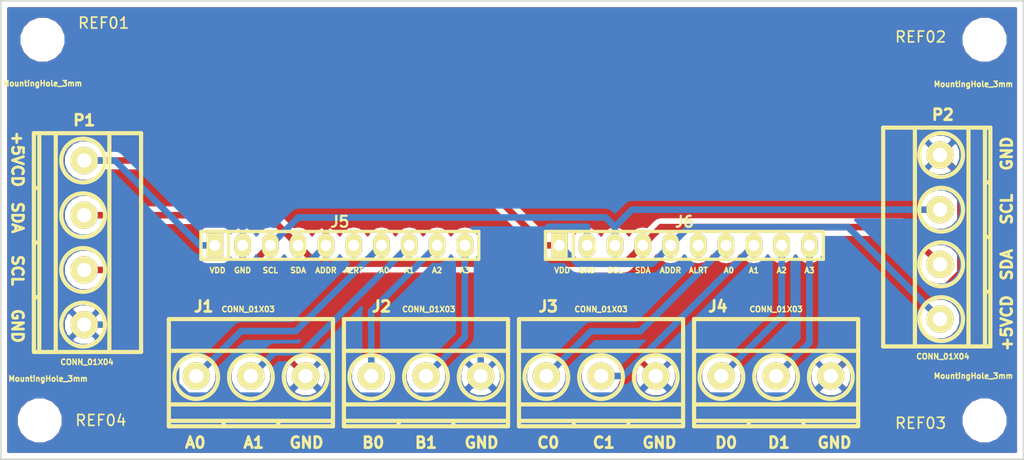
<source format=kicad_pcb>
(kicad_pcb (version 4) (host pcbnew 4.0.6)

  (general
    (links 26)
    (no_connects 0)
    (area 130.988999 69.266999 224.611001 111.327001)
    (thickness 1.6)
    (drawings 44)
    (tracks 75)
    (zones 0)
    (modules 12)
    (nets 13)
  )

  (page A4)
  (layers
    (0 F.Cu signal)
    (31 B.Cu signal)
    (32 B.Adhes user)
    (33 F.Adhes user)
    (34 B.Paste user)
    (35 F.Paste user)
    (36 B.SilkS user)
    (37 F.SilkS user)
    (38 B.Mask user)
    (39 F.Mask user)
    (40 Dwgs.User user)
    (41 Cmts.User user)
    (42 Eco1.User user)
    (43 Eco2.User user)
    (44 Edge.Cuts user)
    (45 Margin user)
    (46 B.CrtYd user)
    (47 F.CrtYd user)
    (48 B.Fab user)
    (49 F.Fab user)
  )

  (setup
    (last_trace_width 0.6)
    (trace_clearance 0.25)
    (zone_clearance 0.508)
    (zone_45_only no)
    (trace_min 0.2)
    (segment_width 0.2)
    (edge_width 0.15)
    (via_size 0.6)
    (via_drill 0.4)
    (via_min_size 0.4)
    (via_min_drill 0.3)
    (uvia_size 0.3)
    (uvia_drill 0.1)
    (uvias_allowed no)
    (uvia_min_size 0.2)
    (uvia_min_drill 0.1)
    (pcb_text_width 0.3)
    (pcb_text_size 1.5 1.5)
    (mod_edge_width 0.15)
    (mod_text_size 1 1)
    (mod_text_width 0.15)
    (pad_size 1.524 1.524)
    (pad_drill 0.762)
    (pad_to_mask_clearance 0.2)
    (aux_axis_origin 0 0)
    (visible_elements 7FFFFFFF)
    (pcbplotparams
      (layerselection 0x012f0_80000001)
      (usegerberextensions false)
      (excludeedgelayer true)
      (linewidth 0.100000)
      (plotframeref false)
      (viasonmask false)
      (mode 1)
      (useauxorigin false)
      (hpglpennumber 1)
      (hpglpenspeed 20)
      (hpglpendiameter 15)
      (hpglpenoverlay 2)
      (psnegative false)
      (psa4output false)
      (plotreference true)
      (plotvalue true)
      (plotinvisibletext false)
      (padsonsilk true)
      (subtractmaskfromsilk false)
      (outputformat 1)
      (mirror false)
      (drillshape 0)
      (scaleselection 1)
      (outputdirectory C:/Users/Eduardo/Documents/PCBs/pcb_ads1115/))
  )

  (net 0 "")
  (net 1 GND)
  (net 2 A0)
  (net 3 A1)
  (net 4 A2)
  (net 5 A3)
  (net 6 B0)
  (net 7 B1)
  (net 8 B2)
  (net 9 B3)
  (net 10 +5V)
  (net 11 SCL)
  (net 12 SDA)

  (net_class Default "Esta es la clase de red por defecto."
    (clearance 0.25)
    (trace_width 0.6)
    (via_dia 0.6)
    (via_drill 0.4)
    (uvia_dia 0.3)
    (uvia_drill 0.1)
    (add_net +5V)
    (add_net A0)
    (add_net A1)
    (add_net A2)
    (add_net A3)
    (add_net B0)
    (add_net B1)
    (add_net B2)
    (add_net B3)
    (add_net GND)
    (add_net SCL)
    (add_net SDA)
  )

  (module w_conn_mkds:mkds_1,5-3 (layer F.Cu) (tedit 5995E294) (tstamp 599485E0)
    (at 153.924 103.632)
    (descr "3-way 5mm pitch terminal block, Phoenix MKDS series")
    (path /5994ADAC)
    (fp_text reference J1 (at -4.318 -6.35) (layer F.SilkS)
      (effects (font (size 1 1) (thickness 0.25)))
    )
    (fp_text value CONN_01X03 (at -0.254 -6.096) (layer F.SilkS)
      (effects (font (size 0.5 0.5) (thickness 0.125)))
    )
    (fp_circle (center 5 0.1) (end 3 0.1) (layer F.SilkS) (width 0.381))
    (fp_line (start 2.5 4.1) (end 2.5 4.6) (layer F.SilkS) (width 0.381))
    (fp_line (start -2.5 4.1) (end -2.5 4.6) (layer F.SilkS) (width 0.381))
    (fp_circle (center 0 0.1) (end -2 0.1) (layer F.SilkS) (width 0.381))
    (fp_circle (center -5 0.1) (end -3 0.1) (layer F.SilkS) (width 0.381))
    (fp_line (start -7.5 2.6) (end 7.5 2.6) (layer F.SilkS) (width 0.381))
    (fp_line (start -7.5 -2.3) (end 7.5 -2.3) (layer F.SilkS) (width 0.381))
    (fp_line (start -7.5 4.1) (end 7.5 4.1) (layer F.SilkS) (width 0.381))
    (fp_line (start -7.5 4.6) (end 7.5 4.6) (layer F.SilkS) (width 0.381))
    (fp_line (start 7.5 4.6) (end 7.5 -5.2) (layer F.SilkS) (width 0.381))
    (fp_line (start 7.5 -5.2) (end -7.5 -5.2) (layer F.SilkS) (width 0.381))
    (fp_line (start -7.5 -5.2) (end -7.5 4.6) (layer F.SilkS) (width 0.381))
    (pad 3 thru_hole circle (at 5 0) (size 2.5 2.5) (drill 1.3) (layers *.Cu *.Mask F.SilkS)
      (net 1 GND))
    (pad 1 thru_hole circle (at -5 0) (size 2.5 2.5) (drill 1.3) (layers *.Cu *.Mask F.SilkS)
      (net 2 A0))
    (pad 2 thru_hole circle (at 0 0) (size 2.5 2.5) (drill 1.3) (layers *.Cu *.Mask F.SilkS)
      (net 3 A1))
    (model walter/conn_mkds/mkds_1,5-3.wrl
      (at (xyz 0 0 0))
      (scale (xyz 1 1 1))
      (rotate (xyz 0 0 0))
    )
  )

  (module w_conn_mkds:mkds_1,5-3 (layer F.Cu) (tedit 5995E297) (tstamp 599485E7)
    (at 169.926 103.632)
    (descr "3-way 5mm pitch terminal block, Phoenix MKDS series")
    (path /5994AE1F)
    (fp_text reference J2 (at -4.064 -6.35) (layer F.SilkS)
      (effects (font (size 1 1) (thickness 0.25)))
    )
    (fp_text value CONN_01X03 (at 0.254 -6.096) (layer F.SilkS)
      (effects (font (size 0.5 0.5) (thickness 0.125)))
    )
    (fp_circle (center 5 0.1) (end 3 0.1) (layer F.SilkS) (width 0.381))
    (fp_line (start 2.5 4.1) (end 2.5 4.6) (layer F.SilkS) (width 0.381))
    (fp_line (start -2.5 4.1) (end -2.5 4.6) (layer F.SilkS) (width 0.381))
    (fp_circle (center 0 0.1) (end -2 0.1) (layer F.SilkS) (width 0.381))
    (fp_circle (center -5 0.1) (end -3 0.1) (layer F.SilkS) (width 0.381))
    (fp_line (start -7.5 2.6) (end 7.5 2.6) (layer F.SilkS) (width 0.381))
    (fp_line (start -7.5 -2.3) (end 7.5 -2.3) (layer F.SilkS) (width 0.381))
    (fp_line (start -7.5 4.1) (end 7.5 4.1) (layer F.SilkS) (width 0.381))
    (fp_line (start -7.5 4.6) (end 7.5 4.6) (layer F.SilkS) (width 0.381))
    (fp_line (start 7.5 4.6) (end 7.5 -5.2) (layer F.SilkS) (width 0.381))
    (fp_line (start 7.5 -5.2) (end -7.5 -5.2) (layer F.SilkS) (width 0.381))
    (fp_line (start -7.5 -5.2) (end -7.5 4.6) (layer F.SilkS) (width 0.381))
    (pad 3 thru_hole circle (at 5 0) (size 2.5 2.5) (drill 1.3) (layers *.Cu *.Mask F.SilkS)
      (net 1 GND))
    (pad 1 thru_hole circle (at -5 0) (size 2.5 2.5) (drill 1.3) (layers *.Cu *.Mask F.SilkS)
      (net 4 A2))
    (pad 2 thru_hole circle (at 0 0) (size 2.5 2.5) (drill 1.3) (layers *.Cu *.Mask F.SilkS)
      (net 5 A3))
    (model walter/conn_mkds/mkds_1,5-3.wrl
      (at (xyz 0 0 0))
      (scale (xyz 1 1 1))
      (rotate (xyz 0 0 0))
    )
  )

  (module w_conn_mkds:mkds_1,5-3 (layer F.Cu) (tedit 5995E29A) (tstamp 599485EE)
    (at 185.928 103.632)
    (descr "3-way 5mm pitch terminal block, Phoenix MKDS series")
    (path /5994AE62)
    (fp_text reference J3 (at -4.826 -6.35) (layer F.SilkS)
      (effects (font (size 1 1) (thickness 0.25)))
    )
    (fp_text value CONN_01X03 (at 0 -6.096) (layer F.SilkS)
      (effects (font (size 0.5 0.5) (thickness 0.125)))
    )
    (fp_circle (center 5 0.1) (end 3 0.1) (layer F.SilkS) (width 0.381))
    (fp_line (start 2.5 4.1) (end 2.5 4.6) (layer F.SilkS) (width 0.381))
    (fp_line (start -2.5 4.1) (end -2.5 4.6) (layer F.SilkS) (width 0.381))
    (fp_circle (center 0 0.1) (end -2 0.1) (layer F.SilkS) (width 0.381))
    (fp_circle (center -5 0.1) (end -3 0.1) (layer F.SilkS) (width 0.381))
    (fp_line (start -7.5 2.6) (end 7.5 2.6) (layer F.SilkS) (width 0.381))
    (fp_line (start -7.5 -2.3) (end 7.5 -2.3) (layer F.SilkS) (width 0.381))
    (fp_line (start -7.5 4.1) (end 7.5 4.1) (layer F.SilkS) (width 0.381))
    (fp_line (start -7.5 4.6) (end 7.5 4.6) (layer F.SilkS) (width 0.381))
    (fp_line (start 7.5 4.6) (end 7.5 -5.2) (layer F.SilkS) (width 0.381))
    (fp_line (start 7.5 -5.2) (end -7.5 -5.2) (layer F.SilkS) (width 0.381))
    (fp_line (start -7.5 -5.2) (end -7.5 4.6) (layer F.SilkS) (width 0.381))
    (pad 3 thru_hole circle (at 5 0) (size 2.5 2.5) (drill 1.3) (layers *.Cu *.Mask F.SilkS)
      (net 1 GND))
    (pad 1 thru_hole circle (at -5 0) (size 2.5 2.5) (drill 1.3) (layers *.Cu *.Mask F.SilkS)
      (net 6 B0))
    (pad 2 thru_hole circle (at 0 0) (size 2.5 2.5) (drill 1.3) (layers *.Cu *.Mask F.SilkS)
      (net 7 B1))
    (model walter/conn_mkds/mkds_1,5-3.wrl
      (at (xyz 0 0 0))
      (scale (xyz 1 1 1))
      (rotate (xyz 0 0 0))
    )
  )

  (module w_conn_mkds:mkds_1,5-3 (layer F.Cu) (tedit 5995E29C) (tstamp 599485F5)
    (at 201.93 103.632)
    (descr "3-way 5mm pitch terminal block, Phoenix MKDS series")
    (path /5994DADB)
    (fp_text reference J4 (at -5.334 -6.35) (layer F.SilkS)
      (effects (font (size 1 1) (thickness 0.25)))
    )
    (fp_text value CONN_01X03 (at 0 -6.096) (layer F.SilkS)
      (effects (font (size 0.5 0.5) (thickness 0.125)))
    )
    (fp_circle (center 5 0.1) (end 3 0.1) (layer F.SilkS) (width 0.381))
    (fp_line (start 2.5 4.1) (end 2.5 4.6) (layer F.SilkS) (width 0.381))
    (fp_line (start -2.5 4.1) (end -2.5 4.6) (layer F.SilkS) (width 0.381))
    (fp_circle (center 0 0.1) (end -2 0.1) (layer F.SilkS) (width 0.381))
    (fp_circle (center -5 0.1) (end -3 0.1) (layer F.SilkS) (width 0.381))
    (fp_line (start -7.5 2.6) (end 7.5 2.6) (layer F.SilkS) (width 0.381))
    (fp_line (start -7.5 -2.3) (end 7.5 -2.3) (layer F.SilkS) (width 0.381))
    (fp_line (start -7.5 4.1) (end 7.5 4.1) (layer F.SilkS) (width 0.381))
    (fp_line (start -7.5 4.6) (end 7.5 4.6) (layer F.SilkS) (width 0.381))
    (fp_line (start 7.5 4.6) (end 7.5 -5.2) (layer F.SilkS) (width 0.381))
    (fp_line (start 7.5 -5.2) (end -7.5 -5.2) (layer F.SilkS) (width 0.381))
    (fp_line (start -7.5 -5.2) (end -7.5 4.6) (layer F.SilkS) (width 0.381))
    (pad 3 thru_hole circle (at 5 0) (size 2.5 2.5) (drill 1.3) (layers *.Cu *.Mask F.SilkS)
      (net 1 GND))
    (pad 1 thru_hole circle (at -5 0) (size 2.5 2.5) (drill 1.3) (layers *.Cu *.Mask F.SilkS)
      (net 8 B2))
    (pad 2 thru_hole circle (at 0 0) (size 2.5 2.5) (drill 1.3) (layers *.Cu *.Mask F.SilkS)
      (net 9 B3))
    (model walter/conn_mkds/mkds_1,5-3.wrl
      (at (xyz 0 0 0))
      (scale (xyz 1 1 1))
      (rotate (xyz 0 0 0))
    )
  )

  (module w_conn_mkds:mkds_1,5-4 (layer F.Cu) (tedit 5996071C) (tstamp 59948619)
    (at 138.684 91.44 270)
    (descr "4-way 5mm pitch terminal block, Phoenix MKDS series")
    (path /599491AB)
    (fp_text reference P1 (at -11.176 0 360) (layer F.SilkS)
      (effects (font (size 1 1) (thickness 0.25)))
    )
    (fp_text value CONN_01X04 (at 10.922 -0.254 360) (layer F.SilkS)
      (effects (font (size 0.5 0.5) (thickness 0.125)))
    )
    (fp_line (start 5 4.1) (end 5 4.6) (layer F.SilkS) (width 0.381))
    (fp_circle (center 7.5 0.1) (end 5.5 0.1) (layer F.SilkS) (width 0.381))
    (fp_circle (center 2.5 0.1) (end 0.5 0.1) (layer F.SilkS) (width 0.381))
    (fp_line (start 0 4.1) (end 0 4.6) (layer F.SilkS) (width 0.381))
    (fp_line (start -5 4.1) (end -5 4.6) (layer F.SilkS) (width 0.381))
    (fp_circle (center -2.5 0.1) (end -4.5 0.1) (layer F.SilkS) (width 0.381))
    (fp_circle (center -7.5 0.1) (end -5.5 0.1) (layer F.SilkS) (width 0.381))
    (fp_line (start -10 2.6) (end 10 2.6) (layer F.SilkS) (width 0.381))
    (fp_line (start -10 -2.3) (end 10 -2.3) (layer F.SilkS) (width 0.381))
    (fp_line (start -10 4.1) (end 10 4.1) (layer F.SilkS) (width 0.381))
    (fp_line (start -10 4.6) (end 10 4.6) (layer F.SilkS) (width 0.381))
    (fp_line (start 10 4.6) (end 10 -5.2) (layer F.SilkS) (width 0.381))
    (fp_line (start 10 -5.2) (end -10 -5.2) (layer F.SilkS) (width 0.381))
    (fp_line (start -10 -5.2) (end -10 4.6) (layer F.SilkS) (width 0.381))
    (pad 4 thru_hole circle (at 7.5 0 270) (size 2.5 2.5) (drill 1.3) (layers *.Cu *.Mask F.SilkS)
      (net 1 GND))
    (pad 3 thru_hole circle (at 2.5 0 270) (size 2.5 2.5) (drill 1.3) (layers *.Cu *.Mask F.SilkS)
      (net 11 SCL))
    (pad 1 thru_hole circle (at -7.5 0 270) (size 2.5 2.5) (drill 1.3) (layers *.Cu *.Mask F.SilkS)
      (net 10 +5V))
    (pad 2 thru_hole circle (at -2.5 0 270) (size 2.5 2.5) (drill 1.3) (layers *.Cu *.Mask F.SilkS)
      (net 12 SDA))
    (model walter/conn_mkds/mkds_1,5-4.wrl
      (at (xyz 0 0 0))
      (scale (xyz 1 1 1))
      (rotate (xyz 0 0 0))
    )
  )

  (module w_conn_mkds:mkds_1,5-4 (layer F.Cu) (tedit 59960723) (tstamp 59948621)
    (at 216.916 90.932 90)
    (descr "4-way 5mm pitch terminal block, Phoenix MKDS series")
    (path /599491AC)
    (fp_text reference P2 (at 11.176 0.254 180) (layer F.SilkS)
      (effects (font (size 1 1) (thickness 0.25)))
    )
    (fp_text value CONN_01X04 (at -10.922 0.254 180) (layer F.SilkS)
      (effects (font (size 0.5 0.5) (thickness 0.125)))
    )
    (fp_line (start 5 4.1) (end 5 4.6) (layer F.SilkS) (width 0.381))
    (fp_circle (center 7.5 0.1) (end 5.5 0.1) (layer F.SilkS) (width 0.381))
    (fp_circle (center 2.5 0.1) (end 0.5 0.1) (layer F.SilkS) (width 0.381))
    (fp_line (start 0 4.1) (end 0 4.6) (layer F.SilkS) (width 0.381))
    (fp_line (start -5 4.1) (end -5 4.6) (layer F.SilkS) (width 0.381))
    (fp_circle (center -2.5 0.1) (end -4.5 0.1) (layer F.SilkS) (width 0.381))
    (fp_circle (center -7.5 0.1) (end -5.5 0.1) (layer F.SilkS) (width 0.381))
    (fp_line (start -10 2.6) (end 10 2.6) (layer F.SilkS) (width 0.381))
    (fp_line (start -10 -2.3) (end 10 -2.3) (layer F.SilkS) (width 0.381))
    (fp_line (start -10 4.1) (end 10 4.1) (layer F.SilkS) (width 0.381))
    (fp_line (start -10 4.6) (end 10 4.6) (layer F.SilkS) (width 0.381))
    (fp_line (start 10 4.6) (end 10 -5.2) (layer F.SilkS) (width 0.381))
    (fp_line (start 10 -5.2) (end -10 -5.2) (layer F.SilkS) (width 0.381))
    (fp_line (start -10 -5.2) (end -10 4.6) (layer F.SilkS) (width 0.381))
    (pad 4 thru_hole circle (at 7.5 0 90) (size 2.5 2.5) (drill 1.3) (layers *.Cu *.Mask F.SilkS)
      (net 1 GND))
    (pad 3 thru_hole circle (at 2.5 0 90) (size 2.5 2.5) (drill 1.3) (layers *.Cu *.Mask F.SilkS)
      (net 11 SCL))
    (pad 1 thru_hole circle (at -7.5 0 90) (size 2.5 2.5) (drill 1.3) (layers *.Cu *.Mask F.SilkS)
      (net 10 +5V))
    (pad 2 thru_hole circle (at -2.5 0 90) (size 2.5 2.5) (drill 1.3) (layers *.Cu *.Mask F.SilkS)
      (net 12 SDA))
    (model walter/conn_mkds/mkds_1,5-4.wrl
      (at (xyz 0 0 0))
      (scale (xyz 1 1 1))
      (rotate (xyz 0 0 0))
    )
  )

  (module w_pin_strip:pin_socket_10 (layer F.Cu) (tedit 59962604) (tstamp 5996842A)
    (at 162.052 91.694)
    (descr "Pin socket 10pin")
    (tags "CONN DEV")
    (path /59945EC4)
    (fp_text reference J5 (at 0 -2.159) (layer F.SilkS)
      (effects (font (size 1 1) (thickness 0.2032)))
    )
    (fp_text value CONN_01X10 (at 3.81 -2.032) (layer F.SilkS) hide
      (effects (font (size 0.5 0.5) (thickness 0.125)))
    )
    (fp_line (start -10.16 -1.27) (end -10.16 1.27) (layer F.SilkS) (width 0.3048))
    (fp_line (start -12.7 -1.27) (end 12.7 -1.27) (layer F.SilkS) (width 0.3048))
    (fp_line (start 12.7 -1.27) (end 12.7 1.27) (layer F.SilkS) (width 0.3048))
    (fp_line (start 12.7 1.27) (end -12.7 1.27) (layer F.SilkS) (width 0.3048))
    (fp_line (start -12.7 1.27) (end -12.7 -1.27) (layer F.SilkS) (width 0.3048))
    (pad 1 thru_hole rect (at -11.43 0) (size 1.524 2.19964) (drill 1.00076) (layers *.Cu *.Mask F.SilkS)
      (net 10 +5V))
    (pad 2 thru_hole oval (at -8.89 0) (size 1.524 2.19964) (drill 1.00076) (layers *.Cu *.Mask F.SilkS)
      (net 1 GND))
    (pad 3 thru_hole oval (at -6.35 0) (size 1.524 2.19964) (drill 1.00076) (layers *.Cu *.Mask F.SilkS)
      (net 11 SCL))
    (pad 4 thru_hole oval (at -3.81 0) (size 1.524 2.19964) (drill 1.00076) (layers *.Cu *.Mask F.SilkS)
      (net 12 SDA))
    (pad 5 thru_hole oval (at -1.27 0) (size 1.524 2.19964) (drill 1.00076) (layers *.Cu *.Mask F.SilkS)
      (net 1 GND))
    (pad 6 thru_hole oval (at 1.27 0) (size 1.524 2.19964) (drill 1.00076) (layers *.Cu *.Mask F.SilkS))
    (pad 7 thru_hole oval (at 3.81 0) (size 1.524 2.19964) (drill 1.00076) (layers *.Cu *.Mask F.SilkS)
      (net 2 A0))
    (pad 8 thru_hole oval (at 6.35 0) (size 1.524 2.19964) (drill 1.00076) (layers *.Cu *.Mask F.SilkS)
      (net 3 A1))
    (pad 9 thru_hole oval (at 8.89 0) (size 1.524 2.19964) (drill 1.00076) (layers *.Cu *.Mask F.SilkS)
      (net 4 A2))
    (pad 10 thru_hole oval (at 11.43 0) (size 1.524 2.19964) (drill 1.00076) (layers *.Cu *.Mask F.SilkS)
      (net 5 A3))
    (model walter/pin_strip/pin_socket_10.wrl
      (at (xyz 0 0 0))
      (scale (xyz 1 1 1))
      (rotate (xyz 0 0 0))
    )
  )

  (module w_pin_strip:pin_socket_10 (layer F.Cu) (tedit 59962608) (tstamp 5996843C)
    (at 193.548 91.694)
    (descr "Pin socket 10pin")
    (tags "CONN DEV")
    (path /59945F53)
    (fp_text reference J6 (at 0 -2.159) (layer F.SilkS)
      (effects (font (size 1 1) (thickness 0.2032)))
    )
    (fp_text value CONN_01X10 (at 3.556 -2.032) (layer F.SilkS) hide
      (effects (font (size 0.5 0.5) (thickness 0.125)))
    )
    (fp_line (start -10.16 -1.27) (end -10.16 1.27) (layer F.SilkS) (width 0.3048))
    (fp_line (start -12.7 -1.27) (end 12.7 -1.27) (layer F.SilkS) (width 0.3048))
    (fp_line (start 12.7 -1.27) (end 12.7 1.27) (layer F.SilkS) (width 0.3048))
    (fp_line (start 12.7 1.27) (end -12.7 1.27) (layer F.SilkS) (width 0.3048))
    (fp_line (start -12.7 1.27) (end -12.7 -1.27) (layer F.SilkS) (width 0.3048))
    (pad 1 thru_hole rect (at -11.43 0) (size 1.524 2.19964) (drill 1.00076) (layers *.Cu *.Mask F.SilkS)
      (net 10 +5V))
    (pad 2 thru_hole oval (at -8.89 0) (size 1.524 2.19964) (drill 1.00076) (layers *.Cu *.Mask F.SilkS)
      (net 1 GND))
    (pad 3 thru_hole oval (at -6.35 0) (size 1.524 2.19964) (drill 1.00076) (layers *.Cu *.Mask F.SilkS)
      (net 11 SCL))
    (pad 4 thru_hole oval (at -3.81 0) (size 1.524 2.19964) (drill 1.00076) (layers *.Cu *.Mask F.SilkS)
      (net 12 SDA))
    (pad 5 thru_hole oval (at -1.27 0) (size 1.524 2.19964) (drill 1.00076) (layers *.Cu *.Mask F.SilkS)
      (net 10 +5V))
    (pad 6 thru_hole oval (at 1.27 0) (size 1.524 2.19964) (drill 1.00076) (layers *.Cu *.Mask F.SilkS))
    (pad 7 thru_hole oval (at 3.81 0) (size 1.524 2.19964) (drill 1.00076) (layers *.Cu *.Mask F.SilkS)
      (net 6 B0))
    (pad 8 thru_hole oval (at 6.35 0) (size 1.524 2.19964) (drill 1.00076) (layers *.Cu *.Mask F.SilkS)
      (net 7 B1))
    (pad 9 thru_hole oval (at 8.89 0) (size 1.524 2.19964) (drill 1.00076) (layers *.Cu *.Mask F.SilkS)
      (net 8 B2))
    (pad 10 thru_hole oval (at 11.43 0) (size 1.524 2.19964) (drill 1.00076) (layers *.Cu *.Mask F.SilkS)
      (net 9 B3))
    (model walter/pin_strip/pin_socket_10.wrl
      (at (xyz 0 0 0))
      (scale (xyz 1 1 1))
      (rotate (xyz 0 0 0))
    )
  )

  (module Mounting_Holes:MountingHole_3mm (layer F.Cu) (tedit 59970912) (tstamp 59968528)
    (at 134.874 72.898)
    (descr "Mounting Hole 3mm, no annular")
    (tags "mounting hole 3mm no annular")
    (fp_text reference REF01 (at 5.588 -1.524) (layer F.SilkS)
      (effects (font (size 1 1) (thickness 0.15)))
    )
    (fp_text value MountingHole_3mm (at 0 4) (layer F.SilkS)
      (effects (font (size 0.5 0.5) (thickness 0.125)))
    )
    (fp_circle (center 0 0) (end 3 0) (layer Cmts.User) (width 0.15))
    (fp_circle (center 0 0) (end 3.25 0) (layer F.CrtYd) (width 0.05))
    (pad 1 np_thru_hole circle (at 0 0) (size 3 3) (drill 3) (layers *.Cu *.Mask))
  )

  (module Mounting_Holes:MountingHole_3mm (layer F.Cu) (tedit 59962731) (tstamp 5996852F)
    (at 134.62 107.696)
    (descr "Mounting Hole 3mm, no annular")
    (tags "mounting hole 3mm no annular")
    (fp_text reference REF04 (at 5.588 0) (layer F.SilkS)
      (effects (font (size 1 1) (thickness 0.15)))
    )
    (fp_text value MountingHole_3mm (at 0.762 -3.81) (layer F.SilkS)
      (effects (font (size 0.5 0.5) (thickness 0.125)))
    )
    (fp_circle (center 0 0) (end 3 0) (layer Cmts.User) (width 0.15))
    (fp_circle (center 0 0) (end 3.25 0) (layer F.CrtYd) (width 0.05))
    (pad 1 np_thru_hole circle (at 0 0) (size 3 3) (drill 3) (layers *.Cu *.Mask))
  )

  (module Mounting_Holes:MountingHole_3mm (layer F.Cu) (tedit 59970925) (tstamp 59968536)
    (at 220.98 72.898)
    (descr "Mounting Hole 3mm, no annular")
    (tags "mounting hole 3mm no annular")
    (fp_text reference REF02 (at -5.842 -0.254) (layer F.SilkS)
      (effects (font (size 1 1) (thickness 0.15)))
    )
    (fp_text value MountingHole_3mm (at -1.016 4.064) (layer F.SilkS)
      (effects (font (size 0.5 0.5) (thickness 0.125)))
    )
    (fp_circle (center 0 0) (end 3 0) (layer Cmts.User) (width 0.15))
    (fp_circle (center 0 0) (end 3.25 0) (layer F.CrtYd) (width 0.05))
    (pad 1 np_thru_hole circle (at 0 0) (size 3 3) (drill 3) (layers *.Cu *.Mask))
  )

  (module Mounting_Holes:MountingHole_3mm (layer F.Cu) (tedit 59970933) (tstamp 59968544)
    (at 220.98 107.696)
    (descr "Mounting Hole 3mm, no annular")
    (tags "mounting hole 3mm no annular")
    (fp_text reference REF03 (at -5.842 0.254) (layer F.SilkS)
      (effects (font (size 1 1) (thickness 0.15)))
    )
    (fp_text value MountingHole_3mm (at -1.016 -4.064) (layer F.SilkS)
      (effects (font (size 0.5 0.5) (thickness 0.125)))
    )
    (fp_circle (center 0 0) (end 3 0) (layer Cmts.User) (width 0.15))
    (fp_circle (center 0 0) (end 3.25 0) (layer F.CrtYd) (width 0.05))
    (pad 1 np_thru_hole circle (at 0 0) (size 3 3) (drill 3) (layers *.Cu *.Mask))
  )

  (gr_text VDD (at 182.372 93.98) (layer F.SilkS) (tstamp 59964386)
    (effects (font (size 0.5 0.5) (thickness 0.125)))
  )
  (gr_text "GND\n" (at 184.658 93.98) (layer F.SilkS) (tstamp 59964385)
    (effects (font (size 0.5 0.5) (thickness 0.125)))
  )
  (gr_text SCL (at 187.198 93.98) (layer F.SilkS) (tstamp 59964384)
    (effects (font (size 0.5 0.5) (thickness 0.125)))
  )
  (gr_text SDA (at 189.738 93.98) (layer F.SilkS) (tstamp 59964383)
    (effects (font (size 0.5 0.5) (thickness 0.125)))
  )
  (gr_text ADDR (at 192.278 93.98) (layer F.SilkS) (tstamp 59964382)
    (effects (font (size 0.5 0.5) (thickness 0.125)))
  )
  (gr_text ALRT (at 194.818 93.98) (layer F.SilkS) (tstamp 59964381)
    (effects (font (size 0.5 0.5) (thickness 0.125)))
  )
  (gr_text A0 (at 197.612 93.98) (layer F.SilkS) (tstamp 59964380)
    (effects (font (size 0.5 0.5) (thickness 0.125)))
  )
  (gr_text A1 (at 199.898 93.98) (layer F.SilkS) (tstamp 5996437F)
    (effects (font (size 0.5 0.5) (thickness 0.125)))
  )
  (gr_text A2 (at 202.438 93.98) (layer F.SilkS) (tstamp 5996437E)
    (effects (font (size 0.5 0.5) (thickness 0.125)))
  )
  (gr_text A3 (at 204.978 93.98) (layer F.SilkS) (tstamp 5996437D)
    (effects (font (size 0.5 0.5) (thickness 0.125)))
  )
  (gr_text A3 (at 173.482 93.98) (layer F.SilkS)
    (effects (font (size 0.5 0.5) (thickness 0.125)))
  )
  (gr_text A2 (at 170.942 93.98) (layer F.SilkS)
    (effects (font (size 0.5 0.5) (thickness 0.125)))
  )
  (gr_text A1 (at 168.402 93.98) (layer F.SilkS)
    (effects (font (size 0.5 0.5) (thickness 0.125)))
  )
  (gr_text A0 (at 166.116 93.98) (layer F.SilkS)
    (effects (font (size 0.5 0.5) (thickness 0.125)))
  )
  (gr_text ALRT (at 163.322 93.98) (layer F.SilkS)
    (effects (font (size 0.5 0.5) (thickness 0.125)))
  )
  (gr_text ADDR (at 160.782 93.98) (layer F.SilkS)
    (effects (font (size 0.5 0.5) (thickness 0.125)))
  )
  (gr_text SDA (at 158.242 93.98) (layer F.SilkS)
    (effects (font (size 0.5 0.5) (thickness 0.125)))
  )
  (gr_text SCL (at 155.702 93.98) (layer F.SilkS)
    (effects (font (size 0.5 0.5) (thickness 0.125)))
  )
  (gr_text "GND\n" (at 153.162 93.98) (layer F.SilkS)
    (effects (font (size 0.5 0.5) (thickness 0.125)))
  )
  (gr_text VDD (at 150.876 93.98) (layer F.SilkS)
    (effects (font (size 0.5 0.5) (thickness 0.125)))
  )
  (gr_text SCL (at 223.012 88.392 90) (layer F.SilkS)
    (effects (font (size 1 1) (thickness 0.25)))
  )
  (gr_text SDA (at 223.012 93.472 90) (layer F.SilkS)
    (effects (font (size 1 1) (thickness 0.25)))
  )
  (gr_text GND (at 223.012 83.312 90) (layer F.SilkS)
    (effects (font (size 1 1) (thickness 0.25)))
  )
  (gr_text +5VCD (at 223.012 98.806 90) (layer F.SilkS)
    (effects (font (size 1 1) (thickness 0.25)))
  )
  (gr_text GND (at 132.588 99.06 270) (layer F.SilkS)
    (effects (font (size 1 1) (thickness 0.25)))
  )
  (gr_text SCL (at 132.588 93.98 270) (layer F.SilkS)
    (effects (font (size 1 1) (thickness 0.25)))
  )
  (gr_text SDA (at 132.588 89.154 270) (layer F.SilkS)
    (effects (font (size 1 1) (thickness 0.25)))
  )
  (gr_text +5VCD (at 132.588 83.82 270) (layer F.SilkS)
    (effects (font (size 1 1) (thickness 0.25)))
  )
  (gr_text D0 (at 197.358 109.728) (layer F.SilkS)
    (effects (font (size 1 1) (thickness 0.25)))
  )
  (gr_text D1 (at 202.184 109.728) (layer F.SilkS)
    (effects (font (size 1 1) (thickness 0.25)))
  )
  (gr_text GND (at 207.264 109.728) (layer F.SilkS)
    (effects (font (size 1 1) (thickness 0.25)))
  )
  (gr_text GND (at 191.262 109.728) (layer F.SilkS)
    (effects (font (size 1 1) (thickness 0.25)))
  )
  (gr_text C1 (at 186.182 109.728) (layer F.SilkS)
    (effects (font (size 1 1) (thickness 0.25)))
  )
  (gr_text C0 (at 181.102 109.728) (layer F.SilkS)
    (effects (font (size 1 1) (thickness 0.25)))
  )
  (gr_text B0 (at 165.1 109.728) (layer F.SilkS)
    (effects (font (size 1 1) (thickness 0.25)))
  )
  (gr_text B1 (at 169.926 109.728) (layer F.SilkS)
    (effects (font (size 1 1) (thickness 0.25)))
  )
  (gr_text GND (at 175.006 109.728) (layer F.SilkS)
    (effects (font (size 1 1) (thickness 0.25)))
  )
  (gr_text GND (at 159.004 109.728) (layer F.SilkS)
    (effects (font (size 1 1) (thickness 0.25)))
  )
  (gr_text A1 (at 154.178 109.728) (layer F.SilkS)
    (effects (font (size 1 1) (thickness 0.25)))
  )
  (gr_text A0 (at 148.844 109.728) (layer F.SilkS)
    (effects (font (size 1 1) (thickness 0.25)))
  )
  (gr_line (start 131.064 69.342) (end 131.064 111.252) (angle 90) (layer Edge.Cuts) (width 0.15))
  (gr_line (start 224.536 69.342) (end 131.064 69.342) (angle 90) (layer Edge.Cuts) (width 0.15))
  (gr_line (start 224.536 111.252) (end 224.536 69.342) (angle 90) (layer Edge.Cuts) (width 0.15))
  (gr_line (start 131.064 111.252) (end 224.536 111.252) (angle 90) (layer Edge.Cuts) (width 0.15))

  (segment (start 160.7316 105.4396) (end 158.924 103.632) (width 0.6) (layer B.Cu) (net 1))
  (segment (start 173.1184 105.4396) (end 160.7316 105.4396) (width 0.6) (layer B.Cu) (net 1))
  (segment (start 174.926 103.632) (end 173.1184 105.4396) (width 0.6) (layer B.Cu) (net 1))
  (segment (start 176.7264 105.4324) (end 174.926 103.632) (width 0.6) (layer B.Cu) (net 1))
  (segment (start 189.1276 105.4324) (end 176.7264 105.4324) (width 0.6) (layer B.Cu) (net 1))
  (segment (start 190.928 103.632) (end 189.1276 105.4324) (width 0.6) (layer B.Cu) (net 1))
  (segment (start 174.926 96.2116) (end 174.926 103.632) (width 0.6) (layer B.Cu) (net 1))
  (segment (start 181.1435 89.9941) (end 174.926 96.2116) (width 0.6) (layer B.Cu) (net 1))
  (segment (start 184.658 89.9941) (end 181.1435 89.9941) (width 0.6) (layer B.Cu) (net 1))
  (segment (start 184.658 91.694) (end 184.658 89.9941) (width 0.6) (layer B.Cu) (net 1))
  (segment (start 205.1296 105.4324) (end 206.93 103.632) (width 0.6) (layer B.Cu) (net 1))
  (segment (start 192.7284 105.4324) (end 205.1296 105.4324) (width 0.6) (layer B.Cu) (net 1))
  (segment (start 190.928 103.632) (end 192.7284 105.4324) (width 0.6) (layer B.Cu) (net 1))
  (segment (start 147.0804 104.3952) (end 147.0804 98.94) (width 0.6) (layer B.Cu) (net 1))
  (segment (start 148.1176 105.4324) (end 147.0804 104.3952) (width 0.6) (layer B.Cu) (net 1))
  (segment (start 157.1236 105.4324) (end 148.1176 105.4324) (width 0.6) (layer B.Cu) (net 1))
  (segment (start 158.924 103.632) (end 157.1236 105.4324) (width 0.6) (layer B.Cu) (net 1))
  (segment (start 138.684 98.94) (end 147.0804 98.94) (width 0.6) (layer B.Cu) (net 1))
  (segment (start 152.6265 93.3939) (end 153.162 93.3939) (width 0.6) (layer B.Cu) (net 1))
  (segment (start 147.0804 98.94) (end 152.6265 93.3939) (width 0.6) (layer B.Cu) (net 1))
  (segment (start 153.162 91.694) (end 153.162 93.3939) (width 0.6) (layer B.Cu) (net 1))
  (segment (start 159.0821 93.3939) (end 153.162 93.3939) (width 0.6) (layer B.Cu) (net 1))
  (segment (start 160.782 91.694) (end 159.0821 93.3939) (width 0.6) (layer B.Cu) (net 1))
  (segment (start 218.7695 85.2855) (end 216.916 83.432) (width 0.6) (layer F.Cu) (net 1))
  (segment (start 218.7695 94.1836) (end 218.7695 85.2855) (width 0.6) (layer F.Cu) (net 1))
  (segment (start 217.0211 95.932) (end 218.7695 94.1836) (width 0.6) (layer F.Cu) (net 1))
  (segment (start 214.63 95.932) (end 217.0211 95.932) (width 0.6) (layer F.Cu) (net 1))
  (segment (start 206.93 103.632) (end 214.63 95.932) (width 0.6) (layer F.Cu) (net 1))
  (segment (start 153.0301 99.5259) (end 148.924 103.632) (width 0.6) (layer B.Cu) (net 2))
  (segment (start 158.0301 99.5259) (end 153.0301 99.5259) (width 0.6) (layer B.Cu) (net 2))
  (segment (start 165.862 91.694) (end 158.0301 99.5259) (width 0.6) (layer B.Cu) (net 2))
  (segment (start 158.6229 101.4731) (end 168.402 91.694) (width 0.6) (layer B.Cu) (net 3))
  (segment (start 156.0829 101.4731) (end 158.6229 101.4731) (width 0.6) (layer B.Cu) (net 3))
  (segment (start 153.924 103.632) (end 156.0829 101.4731) (width 0.6) (layer B.Cu) (net 3))
  (segment (start 164.926 97.71) (end 164.926 103.632) (width 0.6) (layer B.Cu) (net 4))
  (segment (start 170.942 91.694) (end 164.926 97.71) (width 0.6) (layer B.Cu) (net 4))
  (segment (start 173.482 100.076) (end 169.926 103.632) (width 0.6) (layer B.Cu) (net 5))
  (segment (start 173.482 91.694) (end 173.482 100.076) (width 0.6) (layer B.Cu) (net 5))
  (segment (start 185.0204 99.5396) (end 180.928 103.632) (width 0.6) (layer B.Cu) (net 6))
  (segment (start 189.5124 99.5396) (end 185.0204 99.5396) (width 0.6) (layer B.Cu) (net 6))
  (segment (start 197.358 91.694) (end 189.5124 99.5396) (width 0.6) (layer B.Cu) (net 6))
  (segment (start 187.96 103.632) (end 185.928 103.632) (width 0.6) (layer B.Cu) (net 7))
  (segment (start 199.898 91.694) (end 187.96 103.632) (width 0.6) (layer B.Cu) (net 7))
  (segment (start 202.438 98.124) (end 196.93 103.632) (width 0.6) (layer B.Cu) (net 8))
  (segment (start 202.438 91.694) (end 202.438 98.124) (width 0.6) (layer B.Cu) (net 8))
  (segment (start 204.978 100.584) (end 201.93 103.632) (width 0.6) (layer B.Cu) (net 9))
  (segment (start 204.978 91.694) (end 204.978 100.584) (width 0.6) (layer B.Cu) (net 9))
  (segment (start 141.506 83.94) (end 138.684 83.94) (width 0.6) (layer B.Cu) (net 10))
  (segment (start 149.26 91.694) (end 141.506 83.94) (width 0.6) (layer B.Cu) (net 10))
  (segment (start 150.622 91.694) (end 149.26 91.694) (width 0.6) (layer B.Cu) (net 10))
  (segment (start 173.002 83.94) (end 138.684 83.94) (width 0.6) (layer F.Cu) (net 10))
  (segment (start 180.756 91.694) (end 173.002 83.94) (width 0.6) (layer F.Cu) (net 10))
  (segment (start 182.118 91.694) (end 180.756 91.694) (width 0.6) (layer F.Cu) (net 10))
  (segment (start 190.592 93.38) (end 192.278 91.694) (width 0.6) (layer B.Cu) (net 10))
  (segment (start 183.804 93.38) (end 190.592 93.38) (width 0.6) (layer B.Cu) (net 10))
  (segment (start 182.118 91.694) (end 183.804 93.38) (width 0.6) (layer B.Cu) (net 10))
  (segment (start 208.5097 90.0257) (end 216.916 98.432) (width 0.6) (layer B.Cu) (net 10))
  (segment (start 193.9463 90.0257) (end 208.5097 90.0257) (width 0.6) (layer B.Cu) (net 10))
  (segment (start 192.278 91.694) (end 193.9463 90.0257) (width 0.6) (layer B.Cu) (net 10))
  (segment (start 153.456 93.94) (end 138.684 93.94) (width 0.6) (layer F.Cu) (net 11))
  (segment (start 155.702 91.694) (end 153.456 93.94) (width 0.6) (layer F.Cu) (net 11))
  (segment (start 187.198 91.694) (end 187.198 89.9941) (width 0.6) (layer B.Cu) (net 11))
  (segment (start 158.2529 89.1431) (end 155.702 91.694) (width 0.6) (layer B.Cu) (net 11))
  (segment (start 186.347 89.1431) (end 158.2529 89.1431) (width 0.6) (layer B.Cu) (net 11))
  (segment (start 187.198 89.9941) (end 186.347 89.1431) (width 0.6) (layer B.Cu) (net 11))
  (segment (start 188.7601 88.432) (end 187.198 89.9941) (width 0.6) (layer B.Cu) (net 11))
  (segment (start 216.916 88.432) (end 188.7601 88.432) (width 0.6) (layer B.Cu) (net 11))
  (segment (start 155.488 88.94) (end 138.684 88.94) (width 0.6) (layer F.Cu) (net 12))
  (segment (start 158.242 91.694) (end 155.488 88.94) (width 0.6) (layer F.Cu) (net 12))
  (segment (start 191.4045 90.0275) (end 189.738 91.694) (width 0.6) (layer F.Cu) (net 12))
  (segment (start 213.5115 90.0275) (end 191.4045 90.0275) (width 0.6) (layer F.Cu) (net 12))
  (segment (start 216.916 93.432) (end 213.5115 90.0275) (width 0.6) (layer F.Cu) (net 12))
  (segment (start 159.9141 93.3661) (end 158.242 91.694) (width 0.6) (layer F.Cu) (net 12))
  (segment (start 188.0659 93.3661) (end 159.9141 93.3661) (width 0.6) (layer F.Cu) (net 12))
  (segment (start 189.738 91.694) (end 188.0659 93.3661) (width 0.6) (layer F.Cu) (net 12))

  (zone (net 1) (net_name GND) (layer F.Cu) (tstamp 59970946) (hatch edge 0.508)
    (connect_pads (clearance 0.508))
    (min_thickness 0.254)
    (fill yes (arc_segments 16) (thermal_gap 0.508) (thermal_bridge_width 0.508))
    (polygon
      (pts
        (xy 224.536 111.252) (xy 131.064 111.252) (xy 131.064 69.342) (xy 224.536 69.342)
      )
    )
    (filled_polygon
      (pts
        (xy 223.826 110.542) (xy 131.774 110.542) (xy 131.774 108.118815) (xy 132.48463 108.118815) (xy 132.80898 108.9038)
        (xy 133.409041 109.504909) (xy 134.193459 109.830628) (xy 135.042815 109.83137) (xy 135.8278 109.50702) (xy 136.428909 108.906959)
        (xy 136.754628 108.122541) (xy 136.754631 108.118815) (xy 218.84463 108.118815) (xy 219.16898 108.9038) (xy 219.769041 109.504909)
        (xy 220.553459 109.830628) (xy 221.402815 109.83137) (xy 222.1878 109.50702) (xy 222.788909 108.906959) (xy 223.114628 108.122541)
        (xy 223.11537 107.273185) (xy 222.79102 106.4882) (xy 222.190959 105.887091) (xy 221.406541 105.561372) (xy 220.557185 105.56063)
        (xy 219.7722 105.88498) (xy 219.171091 106.485041) (xy 218.845372 107.269459) (xy 218.84463 108.118815) (xy 136.754631 108.118815)
        (xy 136.75537 107.273185) (xy 136.43102 106.4882) (xy 135.830959 105.887091) (xy 135.046541 105.561372) (xy 134.197185 105.56063)
        (xy 133.4122 105.88498) (xy 132.811091 106.485041) (xy 132.485372 107.269459) (xy 132.48463 108.118815) (xy 131.774 108.118815)
        (xy 131.774 104.005305) (xy 147.038674 104.005305) (xy 147.325043 104.698372) (xy 147.854839 105.229093) (xy 148.547405 105.516672)
        (xy 149.297305 105.517326) (xy 149.990372 105.230957) (xy 150.521093 104.701161) (xy 150.808672 104.008595) (xy 150.808674 104.005305)
        (xy 152.038674 104.005305) (xy 152.325043 104.698372) (xy 152.854839 105.229093) (xy 153.547405 105.516672) (xy 154.297305 105.517326)
        (xy 154.990372 105.230957) (xy 155.256472 104.96532) (xy 157.770285 104.96532) (xy 157.899533 105.258123) (xy 158.599806 105.526388)
        (xy 159.349435 105.50625) (xy 159.948467 105.258123) (xy 160.077715 104.96532) (xy 158.924 103.811605) (xy 157.770285 104.96532)
        (xy 155.256472 104.96532) (xy 155.521093 104.701161) (xy 155.808672 104.008595) (xy 155.809283 103.307806) (xy 157.029612 103.307806)
        (xy 157.04975 104.057435) (xy 157.297877 104.656467) (xy 157.59068 104.785715) (xy 158.744395 103.632) (xy 159.103605 103.632)
        (xy 160.25732 104.785715) (xy 160.550123 104.656467) (xy 160.799574 104.005305) (xy 163.040674 104.005305) (xy 163.327043 104.698372)
        (xy 163.856839 105.229093) (xy 164.549405 105.516672) (xy 165.299305 105.517326) (xy 165.992372 105.230957) (xy 166.523093 104.701161)
        (xy 166.810672 104.008595) (xy 166.810674 104.005305) (xy 168.040674 104.005305) (xy 168.327043 104.698372) (xy 168.856839 105.229093)
        (xy 169.549405 105.516672) (xy 170.299305 105.517326) (xy 170.992372 105.230957) (xy 171.258472 104.96532) (xy 173.772285 104.96532)
        (xy 173.901533 105.258123) (xy 174.601806 105.526388) (xy 175.351435 105.50625) (xy 175.950467 105.258123) (xy 176.079715 104.96532)
        (xy 174.926 103.811605) (xy 173.772285 104.96532) (xy 171.258472 104.96532) (xy 171.523093 104.701161) (xy 171.810672 104.008595)
        (xy 171.811283 103.307806) (xy 173.031612 103.307806) (xy 173.05175 104.057435) (xy 173.299877 104.656467) (xy 173.59268 104.785715)
        (xy 174.746395 103.632) (xy 175.105605 103.632) (xy 176.25932 104.785715) (xy 176.552123 104.656467) (xy 176.801574 104.005305)
        (xy 179.042674 104.005305) (xy 179.329043 104.698372) (xy 179.858839 105.229093) (xy 180.551405 105.516672) (xy 181.301305 105.517326)
        (xy 181.994372 105.230957) (xy 182.525093 104.701161) (xy 182.812672 104.008595) (xy 182.812674 104.005305) (xy 184.042674 104.005305)
        (xy 184.329043 104.698372) (xy 184.858839 105.229093) (xy 185.551405 105.516672) (xy 186.301305 105.517326) (xy 186.994372 105.230957)
        (xy 187.260472 104.96532) (xy 189.774285 104.96532) (xy 189.903533 105.258123) (xy 190.603806 105.526388) (xy 191.353435 105.50625)
        (xy 191.952467 105.258123) (xy 192.081715 104.96532) (xy 190.928 103.811605) (xy 189.774285 104.96532) (xy 187.260472 104.96532)
        (xy 187.525093 104.701161) (xy 187.812672 104.008595) (xy 187.813283 103.307806) (xy 189.033612 103.307806) (xy 189.05375 104.057435)
        (xy 189.301877 104.656467) (xy 189.59468 104.785715) (xy 190.748395 103.632) (xy 191.107605 103.632) (xy 192.26132 104.785715)
        (xy 192.554123 104.656467) (xy 192.803574 104.005305) (xy 195.044674 104.005305) (xy 195.331043 104.698372) (xy 195.860839 105.229093)
        (xy 196.553405 105.516672) (xy 197.303305 105.517326) (xy 197.996372 105.230957) (xy 198.527093 104.701161) (xy 198.814672 104.008595)
        (xy 198.814674 104.005305) (xy 200.044674 104.005305) (xy 200.331043 104.698372) (xy 200.860839 105.229093) (xy 201.553405 105.516672)
        (xy 202.303305 105.517326) (xy 202.996372 105.230957) (xy 203.262472 104.96532) (xy 205.776285 104.96532) (xy 205.905533 105.258123)
        (xy 206.605806 105.526388) (xy 207.355435 105.50625) (xy 207.954467 105.258123) (xy 208.083715 104.96532) (xy 206.93 103.811605)
        (xy 205.776285 104.96532) (xy 203.262472 104.96532) (xy 203.527093 104.701161) (xy 203.814672 104.008595) (xy 203.815283 103.307806)
        (xy 205.035612 103.307806) (xy 205.05575 104.057435) (xy 205.303877 104.656467) (xy 205.59668 104.785715) (xy 206.750395 103.632)
        (xy 207.109605 103.632) (xy 208.26332 104.785715) (xy 208.556123 104.656467) (xy 208.824388 103.956194) (xy 208.80425 103.206565)
        (xy 208.556123 102.607533) (xy 208.26332 102.478285) (xy 207.109605 103.632) (xy 206.750395 103.632) (xy 205.59668 102.478285)
        (xy 205.303877 102.607533) (xy 205.035612 103.307806) (xy 203.815283 103.307806) (xy 203.815326 103.258695) (xy 203.528957 102.565628)
        (xy 203.262475 102.29868) (xy 205.776285 102.29868) (xy 206.93 103.452395) (xy 208.083715 102.29868) (xy 207.954467 102.005877)
        (xy 207.254194 101.737612) (xy 206.504565 101.75775) (xy 205.905533 102.005877) (xy 205.776285 102.29868) (xy 203.262475 102.29868)
        (xy 202.999161 102.034907) (xy 202.306595 101.747328) (xy 201.556695 101.746674) (xy 200.863628 102.033043) (xy 200.332907 102.562839)
        (xy 200.045328 103.255405) (xy 200.044674 104.005305) (xy 198.814674 104.005305) (xy 198.815326 103.258695) (xy 198.528957 102.565628)
        (xy 197.999161 102.034907) (xy 197.306595 101.747328) (xy 196.556695 101.746674) (xy 195.863628 102.033043) (xy 195.332907 102.562839)
        (xy 195.045328 103.255405) (xy 195.044674 104.005305) (xy 192.803574 104.005305) (xy 192.822388 103.956194) (xy 192.80225 103.206565)
        (xy 192.554123 102.607533) (xy 192.26132 102.478285) (xy 191.107605 103.632) (xy 190.748395 103.632) (xy 189.59468 102.478285)
        (xy 189.301877 102.607533) (xy 189.033612 103.307806) (xy 187.813283 103.307806) (xy 187.813326 103.258695) (xy 187.526957 102.565628)
        (xy 187.260475 102.29868) (xy 189.774285 102.29868) (xy 190.928 103.452395) (xy 192.081715 102.29868) (xy 191.952467 102.005877)
        (xy 191.252194 101.737612) (xy 190.502565 101.75775) (xy 189.903533 102.005877) (xy 189.774285 102.29868) (xy 187.260475 102.29868)
        (xy 186.997161 102.034907) (xy 186.304595 101.747328) (xy 185.554695 101.746674) (xy 184.861628 102.033043) (xy 184.330907 102.562839)
        (xy 184.043328 103.255405) (xy 184.042674 104.005305) (xy 182.812674 104.005305) (xy 182.813326 103.258695) (xy 182.526957 102.565628)
        (xy 181.997161 102.034907) (xy 181.304595 101.747328) (xy 180.554695 101.746674) (xy 179.861628 102.033043) (xy 179.330907 102.562839)
        (xy 179.043328 103.255405) (xy 179.042674 104.005305) (xy 176.801574 104.005305) (xy 176.820388 103.956194) (xy 176.80025 103.206565)
        (xy 176.552123 102.607533) (xy 176.25932 102.478285) (xy 175.105605 103.632) (xy 174.746395 103.632) (xy 173.59268 102.478285)
        (xy 173.299877 102.607533) (xy 173.031612 103.307806) (xy 171.811283 103.307806) (xy 171.811326 103.258695) (xy 171.524957 102.565628)
        (xy 171.258475 102.29868) (xy 173.772285 102.29868) (xy 174.926 103.452395) (xy 176.079715 102.29868) (xy 175.950467 102.005877)
        (xy 175.250194 101.737612) (xy 174.500565 101.75775) (xy 173.901533 102.005877) (xy 173.772285 102.29868) (xy 171.258475 102.29868)
        (xy 170.995161 102.034907) (xy 170.302595 101.747328) (xy 169.552695 101.746674) (xy 168.859628 102.033043) (xy 168.328907 102.562839)
        (xy 168.041328 103.255405) (xy 168.040674 104.005305) (xy 166.810674 104.005305) (xy 166.811326 103.258695) (xy 166.524957 102.565628)
        (xy 165.995161 102.034907) (xy 165.302595 101.747328) (xy 164.552695 101.746674) (xy 163.859628 102.033043) (xy 163.328907 102.562839)
        (xy 163.041328 103.255405) (xy 163.040674 104.005305) (xy 160.799574 104.005305) (xy 160.818388 103.956194) (xy 160.79825 103.206565)
        (xy 160.550123 102.607533) (xy 160.25732 102.478285) (xy 159.103605 103.632) (xy 158.744395 103.632) (xy 157.59068 102.478285)
        (xy 157.297877 102.607533) (xy 157.029612 103.307806) (xy 155.809283 103.307806) (xy 155.809326 103.258695) (xy 155.522957 102.565628)
        (xy 155.256475 102.29868) (xy 157.770285 102.29868) (xy 158.924 103.452395) (xy 160.077715 102.29868) (xy 159.948467 102.005877)
        (xy 159.248194 101.737612) (xy 158.498565 101.75775) (xy 157.899533 102.005877) (xy 157.770285 102.29868) (xy 155.256475 102.29868)
        (xy 154.993161 102.034907) (xy 154.300595 101.747328) (xy 153.550695 101.746674) (xy 152.857628 102.033043) (xy 152.326907 102.562839)
        (xy 152.039328 103.255405) (xy 152.038674 104.005305) (xy 150.808674 104.005305) (xy 150.809326 103.258695) (xy 150.522957 102.565628)
        (xy 149.993161 102.034907) (xy 149.300595 101.747328) (xy 148.550695 101.746674) (xy 147.857628 102.033043) (xy 147.326907 102.562839)
        (xy 147.039328 103.255405) (xy 147.038674 104.005305) (xy 131.774 104.005305) (xy 131.774 100.27332) (xy 137.530285 100.27332)
        (xy 137.659533 100.566123) (xy 138.359806 100.834388) (xy 139.109435 100.81425) (xy 139.708467 100.566123) (xy 139.837715 100.27332)
        (xy 138.684 99.119605) (xy 137.530285 100.27332) (xy 131.774 100.27332) (xy 131.774 98.615806) (xy 136.789612 98.615806)
        (xy 136.80975 99.365435) (xy 137.057877 99.964467) (xy 137.35068 100.093715) (xy 138.504395 98.94) (xy 138.863605 98.94)
        (xy 140.01732 100.093715) (xy 140.310123 99.964467) (xy 140.578388 99.264194) (xy 140.566061 98.805305) (xy 215.030674 98.805305)
        (xy 215.317043 99.498372) (xy 215.846839 100.029093) (xy 216.539405 100.316672) (xy 217.289305 100.317326) (xy 217.982372 100.030957)
        (xy 218.513093 99.501161) (xy 218.800672 98.808595) (xy 218.801326 98.058695) (xy 218.514957 97.365628) (xy 217.985161 96.834907)
        (xy 217.292595 96.547328) (xy 216.542695 96.546674) (xy 215.849628 96.833043) (xy 215.318907 97.362839) (xy 215.031328 98.055405)
        (xy 215.030674 98.805305) (xy 140.566061 98.805305) (xy 140.55825 98.514565) (xy 140.310123 97.915533) (xy 140.01732 97.786285)
        (xy 138.863605 98.94) (xy 138.504395 98.94) (xy 137.35068 97.786285) (xy 137.057877 97.915533) (xy 136.789612 98.615806)
        (xy 131.774 98.615806) (xy 131.774 97.60668) (xy 137.530285 97.60668) (xy 138.684 98.760395) (xy 139.837715 97.60668)
        (xy 139.708467 97.313877) (xy 139.008194 97.045612) (xy 138.258565 97.06575) (xy 137.659533 97.313877) (xy 137.530285 97.60668)
        (xy 131.774 97.60668) (xy 131.774 84.313305) (xy 136.798674 84.313305) (xy 137.085043 85.006372) (xy 137.614839 85.537093)
        (xy 138.307405 85.824672) (xy 139.057305 85.825326) (xy 139.750372 85.538957) (xy 140.281093 85.009161) (xy 140.336802 84.875)
        (xy 172.61471 84.875) (xy 180.094855 92.355145) (xy 180.20853 92.4311) (xy 174.806339 92.4311) (xy 174.879 92.065807)
        (xy 174.879 91.322193) (xy 174.77266 90.787584) (xy 174.469828 90.334365) (xy 174.016609 90.031533) (xy 173.482 89.925193)
        (xy 172.947391 90.031533) (xy 172.494172 90.334365) (xy 172.212 90.756664) (xy 171.929828 90.334365) (xy 171.476609 90.031533)
        (xy 170.942 89.925193) (xy 170.407391 90.031533) (xy 169.954172 90.334365) (xy 169.672 90.756664) (xy 169.389828 90.334365)
        (xy 168.936609 90.031533) (xy 168.402 89.925193) (xy 167.867391 90.031533) (xy 167.414172 90.334365) (xy 167.132 90.756664)
        (xy 166.849828 90.334365) (xy 166.396609 90.031533) (xy 165.862 89.925193) (xy 165.327391 90.031533) (xy 164.874172 90.334365)
        (xy 164.592 90.756664) (xy 164.309828 90.334365) (xy 163.856609 90.031533) (xy 163.322 89.925193) (xy 162.787391 90.031533)
        (xy 162.334172 90.334365) (xy 162.043353 90.769606) (xy 162.024059 90.704239) (xy 161.680026 90.27855) (xy 161.199277 90.01692)
        (xy 161.12507 90.00196) (xy 160.909 90.12446) (xy 160.909 91.567) (xy 160.929 91.567) (xy 160.929 91.821)
        (xy 160.909 91.821) (xy 160.909 91.841) (xy 160.655 91.841) (xy 160.655 91.821) (xy 160.635 91.821)
        (xy 160.635 91.567) (xy 160.655 91.567) (xy 160.655 90.12446) (xy 160.43893 90.00196) (xy 160.364723 90.01692)
        (xy 159.883974 90.27855) (xy 159.539941 90.704239) (xy 159.520647 90.769606) (xy 159.229828 90.334365) (xy 158.776609 90.031533)
        (xy 158.242 89.925193) (xy 157.869565 89.999275) (xy 156.149145 88.278855) (xy 155.845809 88.076173) (xy 155.488 88.005)
        (xy 140.337239 88.005) (xy 140.282957 87.873628) (xy 139.753161 87.342907) (xy 139.060595 87.055328) (xy 138.310695 87.054674)
        (xy 137.617628 87.341043) (xy 137.086907 87.870839) (xy 136.799328 88.563405) (xy 136.798674 89.313305) (xy 137.085043 90.006372)
        (xy 137.614839 90.537093) (xy 138.307405 90.824672) (xy 139.057305 90.825326) (xy 139.750372 90.538957) (xy 140.281093 90.009161)
        (xy 140.336802 89.875) (xy 155.10071 89.875) (xy 155.242336 90.016626) (xy 155.167391 90.031533) (xy 154.714172 90.334365)
        (xy 154.423353 90.769606) (xy 154.404059 90.704239) (xy 154.060026 90.27855) (xy 153.579277 90.01692) (xy 153.50507 90.00196)
        (xy 153.289 90.12446) (xy 153.289 91.567) (xy 153.309 91.567) (xy 153.309 91.821) (xy 153.289 91.821)
        (xy 153.289 91.841) (xy 153.035 91.841) (xy 153.035 91.821) (xy 153.015 91.821) (xy 153.015 91.567)
        (xy 153.035 91.567) (xy 153.035 90.12446) (xy 152.81893 90.00196) (xy 152.744723 90.01692) (xy 152.263974 90.27855)
        (xy 152.027181 90.571546) (xy 151.987162 90.358863) (xy 151.84809 90.142739) (xy 151.63589 89.997749) (xy 151.384 89.94674)
        (xy 149.86 89.94674) (xy 149.624683 89.991018) (xy 149.408559 90.13009) (xy 149.263569 90.34229) (xy 149.21256 90.59418)
        (xy 149.21256 92.79382) (xy 149.252296 93.005) (xy 140.337239 93.005) (xy 140.282957 92.873628) (xy 139.753161 92.342907)
        (xy 139.060595 92.055328) (xy 138.310695 92.054674) (xy 137.617628 92.341043) (xy 137.086907 92.870839) (xy 136.799328 93.563405)
        (xy 136.798674 94.313305) (xy 137.085043 95.006372) (xy 137.614839 95.537093) (xy 138.307405 95.824672) (xy 139.057305 95.825326)
        (xy 139.750372 95.538957) (xy 140.281093 95.009161) (xy 140.336802 94.875) (xy 153.456 94.875) (xy 153.813809 94.803827)
        (xy 154.117145 94.601145) (xy 155.329565 93.388725) (xy 155.702 93.462807) (xy 156.236609 93.356467) (xy 156.689828 93.053635)
        (xy 156.972 92.631336) (xy 157.254172 93.053635) (xy 157.707391 93.356467) (xy 158.242 93.462807) (xy 158.614436 93.388725)
        (xy 159.252953 94.027242) (xy 159.252955 94.027245) (xy 159.556291 94.229927) (xy 159.9141 94.3011) (xy 188.0659 94.3011)
        (xy 188.423709 94.229927) (xy 188.727045 94.027245) (xy 188.727046 94.027244) (xy 189.365564 93.388725) (xy 189.738 93.462807)
        (xy 190.272609 93.356467) (xy 190.725828 93.053635) (xy 191.008 92.631336) (xy 191.290172 93.053635) (xy 191.743391 93.356467)
        (xy 192.278 93.462807) (xy 192.812609 93.356467) (xy 193.265828 93.053635) (xy 193.548 92.631336) (xy 193.830172 93.053635)
        (xy 194.283391 93.356467) (xy 194.818 93.462807) (xy 195.352609 93.356467) (xy 195.805828 93.053635) (xy 196.088 92.631336)
        (xy 196.370172 93.053635) (xy 196.823391 93.356467) (xy 197.358 93.462807) (xy 197.892609 93.356467) (xy 198.345828 93.053635)
        (xy 198.628 92.631336) (xy 198.910172 93.053635) (xy 199.363391 93.356467) (xy 199.898 93.462807) (xy 200.432609 93.356467)
        (xy 200.885828 93.053635) (xy 201.168 92.631336) (xy 201.450172 93.053635) (xy 201.903391 93.356467) (xy 202.438 93.462807)
        (xy 202.972609 93.356467) (xy 203.425828 93.053635) (xy 203.708 92.631336) (xy 203.990172 93.053635) (xy 204.443391 93.356467)
        (xy 204.978 93.462807) (xy 205.512609 93.356467) (xy 205.965828 93.053635) (xy 206.26866 92.600416) (xy 206.375 92.065807)
        (xy 206.375 91.322193) (xy 206.303453 90.9625) (xy 213.12421 90.9625) (xy 215.085839 92.924129) (xy 215.031328 93.055405)
        (xy 215.030674 93.805305) (xy 215.317043 94.498372) (xy 215.846839 95.029093) (xy 216.539405 95.316672) (xy 217.289305 95.317326)
        (xy 217.982372 95.030957) (xy 218.513093 94.501161) (xy 218.800672 93.808595) (xy 218.801326 93.058695) (xy 218.514957 92.365628)
        (xy 217.985161 91.834907) (xy 217.292595 91.547328) (xy 216.542695 91.546674) (xy 216.408438 91.602148) (xy 214.172645 89.366355)
        (xy 213.869309 89.163673) (xy 213.5115 89.0925) (xy 191.4045 89.0925) (xy 191.046691 89.163673) (xy 190.743355 89.366355)
        (xy 190.110435 89.999275) (xy 189.738 89.925193) (xy 189.203391 90.031533) (xy 188.750172 90.334365) (xy 188.468 90.756664)
        (xy 188.185828 90.334365) (xy 187.732609 90.031533) (xy 187.198 89.925193) (xy 186.663391 90.031533) (xy 186.210172 90.334365)
        (xy 185.919353 90.769606) (xy 185.900059 90.704239) (xy 185.556026 90.27855) (xy 185.075277 90.01692) (xy 185.00107 90.00196)
        (xy 184.785 90.12446) (xy 184.785 91.567) (xy 184.805 91.567) (xy 184.805 91.821) (xy 184.785 91.821)
        (xy 184.785 91.841) (xy 184.531 91.841) (xy 184.531 91.821) (xy 184.511 91.821) (xy 184.511 91.567)
        (xy 184.531 91.567) (xy 184.531 90.12446) (xy 184.31493 90.00196) (xy 184.240723 90.01692) (xy 183.759974 90.27855)
        (xy 183.523181 90.571546) (xy 183.483162 90.358863) (xy 183.34409 90.142739) (xy 183.13189 89.997749) (xy 182.88 89.94674)
        (xy 181.356 89.94674) (xy 181.120683 89.991018) (xy 180.904559 90.13009) (xy 180.759569 90.34229) (xy 180.754014 90.369724)
        (xy 179.189595 88.805305) (xy 215.030674 88.805305) (xy 215.317043 89.498372) (xy 215.846839 90.029093) (xy 216.539405 90.316672)
        (xy 217.289305 90.317326) (xy 217.982372 90.030957) (xy 218.513093 89.501161) (xy 218.800672 88.808595) (xy 218.801326 88.058695)
        (xy 218.514957 87.365628) (xy 217.985161 86.834907) (xy 217.292595 86.547328) (xy 216.542695 86.546674) (xy 215.849628 86.833043)
        (xy 215.318907 87.362839) (xy 215.031328 88.055405) (xy 215.030674 88.805305) (xy 179.189595 88.805305) (xy 175.14961 84.76532)
        (xy 215.762285 84.76532) (xy 215.891533 85.058123) (xy 216.591806 85.326388) (xy 217.341435 85.30625) (xy 217.940467 85.058123)
        (xy 218.069715 84.76532) (xy 216.916 83.611605) (xy 215.762285 84.76532) (xy 175.14961 84.76532) (xy 173.663145 83.278855)
        (xy 173.407152 83.107806) (xy 215.021612 83.107806) (xy 215.04175 83.857435) (xy 215.289877 84.456467) (xy 215.58268 84.585715)
        (xy 216.736395 83.432) (xy 217.095605 83.432) (xy 218.24932 84.585715) (xy 218.542123 84.456467) (xy 218.810388 83.756194)
        (xy 218.79025 83.006565) (xy 218.542123 82.407533) (xy 218.24932 82.278285) (xy 217.095605 83.432) (xy 216.736395 83.432)
        (xy 215.58268 82.278285) (xy 215.289877 82.407533) (xy 215.021612 83.107806) (xy 173.407152 83.107806) (xy 173.359809 83.076173)
        (xy 173.002 83.005) (xy 140.337239 83.005) (xy 140.282957 82.873628) (xy 139.753161 82.342907) (xy 139.164999 82.09868)
        (xy 215.762285 82.09868) (xy 216.916 83.252395) (xy 218.069715 82.09868) (xy 217.940467 81.805877) (xy 217.240194 81.537612)
        (xy 216.490565 81.55775) (xy 215.891533 81.805877) (xy 215.762285 82.09868) (xy 139.164999 82.09868) (xy 139.060595 82.055328)
        (xy 138.310695 82.054674) (xy 137.617628 82.341043) (xy 137.086907 82.870839) (xy 136.799328 83.563405) (xy 136.798674 84.313305)
        (xy 131.774 84.313305) (xy 131.774 73.320815) (xy 132.73863 73.320815) (xy 133.06298 74.1058) (xy 133.663041 74.706909)
        (xy 134.447459 75.032628) (xy 135.296815 75.03337) (xy 136.0818 74.70902) (xy 136.682909 74.108959) (xy 137.008628 73.324541)
        (xy 137.008631 73.320815) (xy 218.84463 73.320815) (xy 219.16898 74.1058) (xy 219.769041 74.706909) (xy 220.553459 75.032628)
        (xy 221.402815 75.03337) (xy 222.1878 74.70902) (xy 222.788909 74.108959) (xy 223.114628 73.324541) (xy 223.11537 72.475185)
        (xy 222.79102 71.6902) (xy 222.190959 71.089091) (xy 221.406541 70.763372) (xy 220.557185 70.76263) (xy 219.7722 71.08698)
        (xy 219.171091 71.687041) (xy 218.845372 72.471459) (xy 218.84463 73.320815) (xy 137.008631 73.320815) (xy 137.00937 72.475185)
        (xy 136.68502 71.6902) (xy 136.084959 71.089091) (xy 135.300541 70.763372) (xy 134.451185 70.76263) (xy 133.6662 71.08698)
        (xy 133.065091 71.687041) (xy 132.739372 72.471459) (xy 132.73863 73.320815) (xy 131.774 73.320815) (xy 131.774 70.052)
        (xy 223.826 70.052)
      )
    )
  )
  (zone (net 1) (net_name GND) (layer B.Cu) (tstamp 59970961) (hatch edge 0.508)
    (connect_pads (clearance 0.508))
    (min_thickness 0.254)
    (fill yes (arc_segments 16) (thermal_gap 0.508) (thermal_bridge_width 0.508))
    (polygon
      (pts
        (xy 224.536 111.252) (xy 131.064 111.252) (xy 131.064 69.342) (xy 224.536 69.342)
      )
    )
    (filled_polygon
      (pts
        (xy 223.826 110.542) (xy 131.774 110.542) (xy 131.774 108.118815) (xy 132.48463 108.118815) (xy 132.80898 108.9038)
        (xy 133.409041 109.504909) (xy 134.193459 109.830628) (xy 135.042815 109.83137) (xy 135.8278 109.50702) (xy 136.428909 108.906959)
        (xy 136.754628 108.122541) (xy 136.754631 108.118815) (xy 218.84463 108.118815) (xy 219.16898 108.9038) (xy 219.769041 109.504909)
        (xy 220.553459 109.830628) (xy 221.402815 109.83137) (xy 222.1878 109.50702) (xy 222.788909 108.906959) (xy 223.114628 108.122541)
        (xy 223.11537 107.273185) (xy 222.79102 106.4882) (xy 222.190959 105.887091) (xy 221.406541 105.561372) (xy 220.557185 105.56063)
        (xy 219.7722 105.88498) (xy 219.171091 106.485041) (xy 218.845372 107.269459) (xy 218.84463 108.118815) (xy 136.754631 108.118815)
        (xy 136.75537 107.273185) (xy 136.43102 106.4882) (xy 135.830959 105.887091) (xy 135.046541 105.561372) (xy 134.197185 105.56063)
        (xy 133.4122 105.88498) (xy 132.811091 106.485041) (xy 132.485372 107.269459) (xy 132.48463 108.118815) (xy 131.774 108.118815)
        (xy 131.774 104.005305) (xy 147.038674 104.005305) (xy 147.325043 104.698372) (xy 147.854839 105.229093) (xy 148.547405 105.516672)
        (xy 149.297305 105.517326) (xy 149.990372 105.230957) (xy 150.521093 104.701161) (xy 150.808672 104.008595) (xy 150.809326 103.258695)
        (xy 150.753852 103.124438) (xy 153.41739 100.4609) (xy 158.0301 100.4609) (xy 158.383008 100.390702) (xy 158.23561 100.5381)
        (xy 156.0829 100.5381) (xy 155.725091 100.609273) (xy 155.421755 100.811955) (xy 154.431871 101.801839) (xy 154.300595 101.747328)
        (xy 153.550695 101.746674) (xy 152.857628 102.033043) (xy 152.326907 102.562839) (xy 152.039328 103.255405) (xy 152.038674 104.005305)
        (xy 152.325043 104.698372) (xy 152.854839 105.229093) (xy 153.547405 105.516672) (xy 154.297305 105.517326) (xy 154.990372 105.230957)
        (xy 155.256472 104.96532) (xy 157.770285 104.96532) (xy 157.899533 105.258123) (xy 158.599806 105.526388) (xy 159.349435 105.50625)
        (xy 159.948467 105.258123) (xy 160.077715 104.96532) (xy 158.924 103.811605) (xy 157.770285 104.96532) (xy 155.256472 104.96532)
        (xy 155.521093 104.701161) (xy 155.808672 104.008595) (xy 155.809326 103.258695) (xy 155.753852 103.124438) (xy 156.47019 102.4081)
        (xy 157.520492 102.4081) (xy 157.590678 102.478286) (xy 157.297877 102.607533) (xy 157.029612 103.307806) (xy 157.04975 104.057435)
        (xy 157.297877 104.656467) (xy 157.59068 104.785715) (xy 158.744395 103.632) (xy 159.103605 103.632) (xy 160.25732 104.785715)
        (xy 160.550123 104.656467) (xy 160.818388 103.956194) (xy 160.79825 103.206565) (xy 160.550123 102.607533) (xy 160.25732 102.478285)
        (xy 159.103605 103.632) (xy 158.744395 103.632) (xy 158.730253 103.617858) (xy 158.909858 103.438253) (xy 158.924 103.452395)
        (xy 160.077715 102.29868) (xy 159.948467 102.005877) (xy 159.560889 101.857401) (xy 164.061198 97.357092) (xy 163.991 97.71)
        (xy 163.991 101.978761) (xy 163.859628 102.033043) (xy 163.328907 102.562839) (xy 163.041328 103.255405) (xy 163.040674 104.005305)
        (xy 163.327043 104.698372) (xy 163.856839 105.229093) (xy 164.549405 105.516672) (xy 165.299305 105.517326) (xy 165.992372 105.230957)
        (xy 166.523093 104.701161) (xy 166.810672 104.008595) (xy 166.811326 103.258695) (xy 166.524957 102.565628) (xy 165.995161 102.034907)
        (xy 165.861 101.979198) (xy 165.861 98.09729) (xy 170.569565 93.388725) (xy 170.942 93.462807) (xy 171.476609 93.356467)
        (xy 171.929828 93.053635) (xy 172.212 92.631336) (xy 172.494172 93.053635) (xy 172.547 93.088934) (xy 172.547 99.68871)
        (xy 170.433871 101.801839) (xy 170.302595 101.747328) (xy 169.552695 101.746674) (xy 168.859628 102.033043) (xy 168.328907 102.562839)
        (xy 168.041328 103.255405) (xy 168.040674 104.005305) (xy 168.327043 104.698372) (xy 168.856839 105.229093) (xy 169.549405 105.516672)
        (xy 170.299305 105.517326) (xy 170.992372 105.230957) (xy 171.258472 104.96532) (xy 173.772285 104.96532) (xy 173.901533 105.258123)
        (xy 174.601806 105.526388) (xy 175.351435 105.50625) (xy 175.950467 105.258123) (xy 176.079715 104.96532) (xy 174.926 103.811605)
        (xy 173.772285 104.96532) (xy 171.258472 104.96532) (xy 171.523093 104.701161) (xy 171.810672 104.008595) (xy 171.811283 103.307806)
        (xy 173.031612 103.307806) (xy 173.05175 104.057435) (xy 173.299877 104.656467) (xy 173.59268 104.785715) (xy 174.746395 103.632)
        (xy 175.105605 103.632) (xy 176.25932 104.785715) (xy 176.552123 104.656467) (xy 176.820388 103.956194) (xy 176.80025 103.206565)
        (xy 176.552123 102.607533) (xy 176.25932 102.478285) (xy 175.105605 103.632) (xy 174.746395 103.632) (xy 173.59268 102.478285)
        (xy 173.299877 102.607533) (xy 173.031612 103.307806) (xy 171.811283 103.307806) (xy 171.811326 103.258695) (xy 171.755852 103.124438)
        (xy 172.58161 102.29868) (xy 173.772285 102.29868) (xy 174.926 103.452395) (xy 176.079715 102.29868) (xy 175.950467 102.005877)
        (xy 175.250194 101.737612) (xy 174.500565 101.75775) (xy 173.901533 102.005877) (xy 173.772285 102.29868) (xy 172.58161 102.29868)
        (xy 174.143145 100.737145) (xy 174.345827 100.433809) (xy 174.417 100.076) (xy 174.417 93.088934) (xy 174.469828 93.053635)
        (xy 174.77266 92.600416) (xy 174.879 92.065807) (xy 174.879 91.322193) (xy 174.77266 90.787584) (xy 174.469828 90.334365)
        (xy 174.086301 90.0781) (xy 180.985354 90.0781) (xy 180.904559 90.13009) (xy 180.759569 90.34229) (xy 180.70856 90.59418)
        (xy 180.70856 92.79382) (xy 180.752838 93.029137) (xy 180.89191 93.245261) (xy 181.10411 93.390251) (xy 181.356 93.44126)
        (xy 182.54297 93.44126) (xy 183.142855 94.041145) (xy 183.446191 94.243827) (xy 183.804 94.315) (xy 190.592 94.315)
        (xy 190.949809 94.243827) (xy 191.253145 94.041145) (xy 191.905565 93.388725) (xy 192.278 93.462807) (xy 192.812609 93.356467)
        (xy 193.265828 93.053635) (xy 193.548 92.631336) (xy 193.830172 93.053635) (xy 194.283391 93.356467) (xy 194.358336 93.371374)
        (xy 189.12511 98.6046) (xy 185.020405 98.6046) (xy 185.0204 98.604599) (xy 184.731465 98.662073) (xy 184.662591 98.675773)
        (xy 184.379759 98.864755) (xy 184.359255 98.878455) (xy 181.435871 101.801839) (xy 181.304595 101.747328) (xy 180.554695 101.746674)
        (xy 179.861628 102.033043) (xy 179.330907 102.562839) (xy 179.043328 103.255405) (xy 179.042674 104.005305) (xy 179.329043 104.698372)
        (xy 179.858839 105.229093) (xy 180.551405 105.516672) (xy 181.301305 105.517326) (xy 181.994372 105.230957) (xy 182.525093 104.701161)
        (xy 182.812672 104.008595) (xy 182.813326 103.258695) (xy 182.757852 103.124438) (xy 185.40769 100.4746) (xy 189.5124 100.4746)
        (xy 189.865308 100.404402) (xy 187.578745 102.690965) (xy 187.526957 102.565628) (xy 186.997161 102.034907) (xy 186.304595 101.747328)
        (xy 185.554695 101.746674) (xy 184.861628 102.033043) (xy 184.330907 102.562839) (xy 184.043328 103.255405) (xy 184.042674 104.005305)
        (xy 184.329043 104.698372) (xy 184.858839 105.229093) (xy 185.551405 105.516672) (xy 186.301305 105.517326) (xy 186.994372 105.230957)
        (xy 187.260472 104.96532) (xy 189.774285 104.96532) (xy 189.903533 105.258123) (xy 190.603806 105.526388) (xy 191.353435 105.50625)
        (xy 191.952467 105.258123) (xy 192.081715 104.96532) (xy 190.928 103.811605) (xy 189.774285 104.96532) (xy 187.260472 104.96532)
        (xy 187.525093 104.701161) (xy 187.580802 104.567) (xy 187.96 104.567) (xy 188.317809 104.495827) (xy 188.621145 104.293145)
        (xy 189.048599 103.865691) (xy 189.05375 104.057435) (xy 189.301877 104.656467) (xy 189.59468 104.785715) (xy 190.748395 103.632)
        (xy 191.107605 103.632) (xy 192.26132 104.785715) (xy 192.554123 104.656467) (xy 192.822388 103.956194) (xy 192.80225 103.206565)
        (xy 192.554123 102.607533) (xy 192.26132 102.478285) (xy 191.107605 103.632) (xy 190.748395 103.632) (xy 190.734253 103.617858)
        (xy 190.913858 103.438253) (xy 190.928 103.452395) (xy 192.081715 102.29868) (xy 191.952467 102.005877) (xy 191.252194 101.737612)
        (xy 191.174593 101.739697) (xy 199.525564 93.388725) (xy 199.898 93.462807) (xy 200.432609 93.356467) (xy 200.885828 93.053635)
        (xy 201.168 92.631336) (xy 201.450172 93.053635) (xy 201.503 93.088934) (xy 201.503 97.73671) (xy 197.437871 101.801839)
        (xy 197.306595 101.747328) (xy 196.556695 101.746674) (xy 195.863628 102.033043) (xy 195.332907 102.562839) (xy 195.045328 103.255405)
        (xy 195.044674 104.005305) (xy 195.331043 104.698372) (xy 195.860839 105.229093) (xy 196.553405 105.516672) (xy 197.303305 105.517326)
        (xy 197.996372 105.230957) (xy 198.527093 104.701161) (xy 198.814672 104.008595) (xy 198.815326 103.258695) (xy 198.759852 103.124438)
        (xy 203.099145 98.785145) (xy 203.301827 98.481809) (xy 203.373 98.124) (xy 203.373 93.088934) (xy 203.425828 93.053635)
        (xy 203.708 92.631336) (xy 203.990172 93.053635) (xy 204.043 93.088934) (xy 204.043 100.19671) (xy 202.437871 101.801839)
        (xy 202.306595 101.747328) (xy 201.556695 101.746674) (xy 200.863628 102.033043) (xy 200.332907 102.562839) (xy 200.045328 103.255405)
        (xy 200.044674 104.005305) (xy 200.331043 104.698372) (xy 200.860839 105.229093) (xy 201.553405 105.516672) (xy 202.303305 105.517326)
        (xy 202.996372 105.230957) (xy 203.262472 104.96532) (xy 205.776285 104.96532) (xy 205.905533 105.258123) (xy 206.605806 105.526388)
        (xy 207.355435 105.50625) (xy 207.954467 105.258123) (xy 208.083715 104.96532) (xy 206.93 103.811605) (xy 205.776285 104.96532)
        (xy 203.262472 104.96532) (xy 203.527093 104.701161) (xy 203.814672 104.008595) (xy 203.815283 103.307806) (xy 205.035612 103.307806)
        (xy 205.05575 104.057435) (xy 205.303877 104.656467) (xy 205.59668 104.785715) (xy 206.750395 103.632) (xy 207.109605 103.632)
        (xy 208.26332 104.785715) (xy 208.556123 104.656467) (xy 208.824388 103.956194) (xy 208.80425 103.206565) (xy 208.556123 102.607533)
        (xy 208.26332 102.478285) (xy 207.109605 103.632) (xy 206.750395 103.632) (xy 205.59668 102.478285) (xy 205.303877 102.607533)
        (xy 205.035612 103.307806) (xy 203.815283 103.307806) (xy 203.815326 103.258695) (xy 203.759852 103.124438) (xy 204.58561 102.29868)
        (xy 205.776285 102.29868) (xy 206.93 103.452395) (xy 208.083715 102.29868) (xy 207.954467 102.005877) (xy 207.254194 101.737612)
        (xy 206.504565 101.75775) (xy 205.905533 102.005877) (xy 205.776285 102.29868) (xy 204.58561 102.29868) (xy 205.639145 101.245145)
        (xy 205.841827 100.941809) (xy 205.913 100.584) (xy 205.913 93.088934) (xy 205.965828 93.053635) (xy 206.26866 92.600416)
        (xy 206.375 92.065807) (xy 206.375 91.322193) (xy 206.303095 90.9607) (xy 208.12241 90.9607) (xy 215.085839 97.924129)
        (xy 215.031328 98.055405) (xy 215.030674 98.805305) (xy 215.317043 99.498372) (xy 215.846839 100.029093) (xy 216.539405 100.316672)
        (xy 217.289305 100.317326) (xy 217.982372 100.030957) (xy 218.513093 99.501161) (xy 218.800672 98.808595) (xy 218.801326 98.058695)
        (xy 218.514957 97.365628) (xy 217.985161 96.834907) (xy 217.292595 96.547328) (xy 216.542695 96.546674) (xy 216.408438 96.602148)
        (xy 213.611595 93.805305) (xy 215.030674 93.805305) (xy 215.317043 94.498372) (xy 215.846839 95.029093) (xy 216.539405 95.316672)
        (xy 217.289305 95.317326) (xy 217.982372 95.030957) (xy 218.513093 94.501161) (xy 218.800672 93.808595) (xy 218.801326 93.058695)
        (xy 218.514957 92.365628) (xy 217.985161 91.834907) (xy 217.292595 91.547328) (xy 216.542695 91.546674) (xy 215.849628 91.833043)
        (xy 215.318907 92.362839) (xy 215.031328 93.055405) (xy 215.030674 93.805305) (xy 213.611595 93.805305) (xy 209.17329 89.367)
        (xy 215.262761 89.367) (xy 215.317043 89.498372) (xy 215.846839 90.029093) (xy 216.539405 90.316672) (xy 217.289305 90.317326)
        (xy 217.982372 90.030957) (xy 218.513093 89.501161) (xy 218.800672 88.808595) (xy 218.801326 88.058695) (xy 218.514957 87.365628)
        (xy 217.985161 86.834907) (xy 217.292595 86.547328) (xy 216.542695 86.546674) (xy 215.849628 86.833043) (xy 215.318907 87.362839)
        (xy 215.263198 87.497) (xy 188.7601 87.497) (xy 188.402291 87.568173) (xy 188.098955 87.770855) (xy 187.198 88.67181)
        (xy 187.008145 88.481955) (xy 186.704809 88.279273) (xy 186.347 88.2081) (xy 158.2529 88.2081) (xy 157.895091 88.279273)
        (xy 157.591755 88.481955) (xy 156.074435 89.999275) (xy 155.702 89.925193) (xy 155.167391 90.031533) (xy 154.714172 90.334365)
        (xy 154.423353 90.769606) (xy 154.404059 90.704239) (xy 154.060026 90.27855) (xy 153.579277 90.01692) (xy 153.50507 90.00196)
        (xy 153.289 90.12446) (xy 153.289 91.567) (xy 153.309 91.567) (xy 153.309 91.821) (xy 153.289 91.821)
        (xy 153.289 93.26354) (xy 153.50507 93.38604) (xy 153.579277 93.37108) (xy 154.060026 93.10945) (xy 154.404059 92.683761)
        (xy 154.423353 92.618394) (xy 154.714172 93.053635) (xy 155.167391 93.356467) (xy 155.702 93.462807) (xy 156.236609 93.356467)
        (xy 156.689828 93.053635) (xy 156.972 92.631336) (xy 157.254172 93.053635) (xy 157.707391 93.356467) (xy 158.242 93.462807)
        (xy 158.776609 93.356467) (xy 159.229828 93.053635) (xy 159.520647 92.618394) (xy 159.539941 92.683761) (xy 159.883974 93.10945)
        (xy 160.364723 93.37108) (xy 160.43893 93.38604) (xy 160.655 93.26354) (xy 160.655 91.821) (xy 160.635 91.821)
        (xy 160.635 91.567) (xy 160.655 91.567) (xy 160.655 91.547) (xy 160.909 91.547) (xy 160.909 91.567)
        (xy 160.929 91.567) (xy 160.929 91.821) (xy 160.909 91.821) (xy 160.909 93.26354) (xy 161.12507 93.38604)
        (xy 161.199277 93.37108) (xy 161.680026 93.10945) (xy 162.024059 92.683761) (xy 162.043353 92.618394) (xy 162.334172 93.053635)
        (xy 162.787391 93.356467) (xy 162.862336 93.371374) (xy 157.64281 98.5909) (xy 153.0301 98.5909) (xy 152.672291 98.662073)
        (xy 152.368955 98.864755) (xy 149.431871 101.801839) (xy 149.300595 101.747328) (xy 148.550695 101.746674) (xy 147.857628 102.033043)
        (xy 147.326907 102.562839) (xy 147.039328 103.255405) (xy 147.038674 104.005305) (xy 131.774 104.005305) (xy 131.774 100.27332)
        (xy 137.530285 100.27332) (xy 137.659533 100.566123) (xy 138.359806 100.834388) (xy 139.109435 100.81425) (xy 139.708467 100.566123)
        (xy 139.837715 100.27332) (xy 138.684 99.119605) (xy 137.530285 100.27332) (xy 131.774 100.27332) (xy 131.774 98.615806)
        (xy 136.789612 98.615806) (xy 136.80975 99.365435) (xy 137.057877 99.964467) (xy 137.35068 100.093715) (xy 138.504395 98.94)
        (xy 138.863605 98.94) (xy 140.01732 100.093715) (xy 140.310123 99.964467) (xy 140.578388 99.264194) (xy 140.55825 98.514565)
        (xy 140.310123 97.915533) (xy 140.01732 97.786285) (xy 138.863605 98.94) (xy 138.504395 98.94) (xy 137.35068 97.786285)
        (xy 137.057877 97.915533) (xy 136.789612 98.615806) (xy 131.774 98.615806) (xy 131.774 97.60668) (xy 137.530285 97.60668)
        (xy 138.684 98.760395) (xy 139.837715 97.60668) (xy 139.708467 97.313877) (xy 139.008194 97.045612) (xy 138.258565 97.06575)
        (xy 137.659533 97.313877) (xy 137.530285 97.60668) (xy 131.774 97.60668) (xy 131.774 94.313305) (xy 136.798674 94.313305)
        (xy 137.085043 95.006372) (xy 137.614839 95.537093) (xy 138.307405 95.824672) (xy 139.057305 95.825326) (xy 139.750372 95.538957)
        (xy 140.281093 95.009161) (xy 140.568672 94.316595) (xy 140.569326 93.566695) (xy 140.282957 92.873628) (xy 139.753161 92.342907)
        (xy 139.060595 92.055328) (xy 138.310695 92.054674) (xy 137.617628 92.341043) (xy 137.086907 92.870839) (xy 136.799328 93.563405)
        (xy 136.798674 94.313305) (xy 131.774 94.313305) (xy 131.774 89.313305) (xy 136.798674 89.313305) (xy 137.085043 90.006372)
        (xy 137.614839 90.537093) (xy 138.307405 90.824672) (xy 139.057305 90.825326) (xy 139.750372 90.538957) (xy 140.281093 90.009161)
        (xy 140.568672 89.316595) (xy 140.569326 88.566695) (xy 140.282957 87.873628) (xy 139.753161 87.342907) (xy 139.060595 87.055328)
        (xy 138.310695 87.054674) (xy 137.617628 87.341043) (xy 137.086907 87.870839) (xy 136.799328 88.563405) (xy 136.798674 89.313305)
        (xy 131.774 89.313305) (xy 131.774 84.313305) (xy 136.798674 84.313305) (xy 137.085043 85.006372) (xy 137.614839 85.537093)
        (xy 138.307405 85.824672) (xy 139.057305 85.825326) (xy 139.750372 85.538957) (xy 140.281093 85.009161) (xy 140.336802 84.875)
        (xy 141.11871 84.875) (xy 148.598855 92.355145) (xy 148.902191 92.557827) (xy 149.21256 92.619564) (xy 149.21256 92.79382)
        (xy 149.256838 93.029137) (xy 149.39591 93.245261) (xy 149.60811 93.390251) (xy 149.86 93.44126) (xy 151.384 93.44126)
        (xy 151.619317 93.396982) (xy 151.835441 93.25791) (xy 151.980431 93.04571) (xy 152.026921 92.816133) (xy 152.263974 93.10945)
        (xy 152.744723 93.37108) (xy 152.81893 93.38604) (xy 153.035 93.26354) (xy 153.035 91.821) (xy 153.015 91.821)
        (xy 153.015 91.567) (xy 153.035 91.567) (xy 153.035 90.12446) (xy 152.81893 90.00196) (xy 152.744723 90.01692)
        (xy 152.263974 90.27855) (xy 152.027181 90.571546) (xy 151.987162 90.358863) (xy 151.84809 90.142739) (xy 151.63589 89.997749)
        (xy 151.384 89.94674) (xy 149.86 89.94674) (xy 149.624683 89.991018) (xy 149.408559 90.13009) (xy 149.263569 90.34229)
        (xy 149.258014 90.369724) (xy 143.65361 84.76532) (xy 215.762285 84.76532) (xy 215.891533 85.058123) (xy 216.591806 85.326388)
        (xy 217.341435 85.30625) (xy 217.940467 85.058123) (xy 218.069715 84.76532) (xy 216.916 83.611605) (xy 215.762285 84.76532)
        (xy 143.65361 84.76532) (xy 142.167145 83.278855) (xy 141.911152 83.107806) (xy 215.021612 83.107806) (xy 215.04175 83.857435)
        (xy 215.289877 84.456467) (xy 215.58268 84.585715) (xy 216.736395 83.432) (xy 217.095605 83.432) (xy 218.24932 84.585715)
        (xy 218.542123 84.456467) (xy 218.810388 83.756194) (xy 218.79025 83.006565) (xy 218.542123 82.407533) (xy 218.24932 82.278285)
        (xy 217.095605 83.432) (xy 216.736395 83.432) (xy 215.58268 82.278285) (xy 215.289877 82.407533) (xy 215.021612 83.107806)
        (xy 141.911152 83.107806) (xy 141.863809 83.076173) (xy 141.506 83.005) (xy 140.337239 83.005) (xy 140.282957 82.873628)
        (xy 139.753161 82.342907) (xy 139.164999 82.09868) (xy 215.762285 82.09868) (xy 216.916 83.252395) (xy 218.069715 82.09868)
        (xy 217.940467 81.805877) (xy 217.240194 81.537612) (xy 216.490565 81.55775) (xy 215.891533 81.805877) (xy 215.762285 82.09868)
        (xy 139.164999 82.09868) (xy 139.060595 82.055328) (xy 138.310695 82.054674) (xy 137.617628 82.341043) (xy 137.086907 82.870839)
        (xy 136.799328 83.563405) (xy 136.798674 84.313305) (xy 131.774 84.313305) (xy 131.774 73.320815) (xy 132.73863 73.320815)
        (xy 133.06298 74.1058) (xy 133.663041 74.706909) (xy 134.447459 75.032628) (xy 135.296815 75.03337) (xy 136.0818 74.70902)
        (xy 136.682909 74.108959) (xy 137.008628 73.324541) (xy 137.008631 73.320815) (xy 218.84463 73.320815) (xy 219.16898 74.1058)
        (xy 219.769041 74.706909) (xy 220.553459 75.032628) (xy 221.402815 75.03337) (xy 222.1878 74.70902) (xy 222.788909 74.108959)
        (xy 223.114628 73.324541) (xy 223.11537 72.475185) (xy 222.79102 71.6902) (xy 222.190959 71.089091) (xy 221.406541 70.763372)
        (xy 220.557185 70.76263) (xy 219.7722 71.08698) (xy 219.171091 71.687041) (xy 218.845372 72.471459) (xy 218.84463 73.320815)
        (xy 137.008631 73.320815) (xy 137.00937 72.475185) (xy 136.68502 71.6902) (xy 136.084959 71.089091) (xy 135.300541 70.763372)
        (xy 134.451185 70.76263) (xy 133.6662 71.08698) (xy 133.065091 71.687041) (xy 132.739372 72.471459) (xy 132.73863 73.320815)
        (xy 131.774 73.320815) (xy 131.774 70.052) (xy 223.826 70.052)
      )
    )
    (filled_polygon
      (pts
        (xy 184.785 91.567) (xy 184.805 91.567) (xy 184.805 91.821) (xy 184.785 91.821) (xy 184.785 91.841)
        (xy 184.531 91.841) (xy 184.531 91.821) (xy 184.511 91.821) (xy 184.511 91.567) (xy 184.531 91.567)
        (xy 184.531 91.547) (xy 184.785 91.547)
      )
    )
  )
)

</source>
